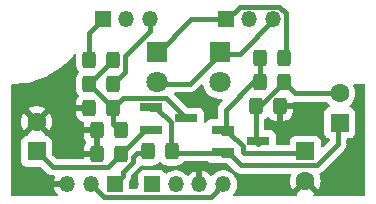
<source format=gbr>
%TF.GenerationSoftware,KiCad,Pcbnew,6.0.0+dfsg1-2*%
%TF.CreationDate,2022-01-11T20:59:37+02:00*%
%TF.ProjectId,aceitera,61636569-7465-4726-912e-6b696361645f,rev?*%
%TF.SameCoordinates,Original*%
%TF.FileFunction,Copper,L1,Top*%
%TF.FilePolarity,Positive*%
%FSLAX46Y46*%
G04 Gerber Fmt 4.6, Leading zero omitted, Abs format (unit mm)*
G04 Created by KiCad (PCBNEW 6.0.0+dfsg1-2) date 2022-01-11 20:59:37*
%MOMM*%
%LPD*%
G01*
G04 APERTURE LIST*
G04 Aperture macros list*
%AMRoundRect*
0 Rectangle with rounded corners*
0 $1 Rounding radius*
0 $2 $3 $4 $5 $6 $7 $8 $9 X,Y pos of 4 corners*
0 Add a 4 corners polygon primitive as box body*
4,1,4,$2,$3,$4,$5,$6,$7,$8,$9,$2,$3,0*
0 Add four circle primitives for the rounded corners*
1,1,$1+$1,$2,$3*
1,1,$1+$1,$4,$5*
1,1,$1+$1,$6,$7*
1,1,$1+$1,$8,$9*
0 Add four rect primitives between the rounded corners*
20,1,$1+$1,$2,$3,$4,$5,0*
20,1,$1+$1,$4,$5,$6,$7,0*
20,1,$1+$1,$6,$7,$8,$9,0*
20,1,$1+$1,$8,$9,$2,$3,0*%
G04 Aperture macros list end*
%TA.AperFunction,ComponentPad*%
%ADD10R,1.350000X1.350000*%
%TD*%
%TA.AperFunction,ComponentPad*%
%ADD11O,1.350000X1.350000*%
%TD*%
%TA.AperFunction,SMDPad,CuDef*%
%ADD12RoundRect,0.250000X0.325000X0.450000X-0.325000X0.450000X-0.325000X-0.450000X0.325000X-0.450000X0*%
%TD*%
%TA.AperFunction,ComponentPad*%
%ADD13R,1.600000X1.600000*%
%TD*%
%TA.AperFunction,ComponentPad*%
%ADD14C,1.600000*%
%TD*%
%TA.AperFunction,SMDPad,CuDef*%
%ADD15R,1.900000X0.800000*%
%TD*%
%TA.AperFunction,SMDPad,CuDef*%
%ADD16RoundRect,0.250000X-0.325000X-0.450000X0.325000X-0.450000X0.325000X0.450000X-0.325000X0.450000X0*%
%TD*%
%TA.AperFunction,ComponentPad*%
%ADD17R,1.800000X1.800000*%
%TD*%
%TA.AperFunction,ComponentPad*%
%ADD18C,1.800000*%
%TD*%
%TA.AperFunction,ViaPad*%
%ADD19C,0.800000*%
%TD*%
%TA.AperFunction,Conductor*%
%ADD20C,0.381000*%
%TD*%
G04 APERTURE END LIST*
D10*
%TO.P,RV1,1,1*%
%TO.N,Net-(C3-Pad2)*%
X110744000Y-90043000D03*
D11*
%TO.P,RV1,2,2*%
%TO.N,OUT*%
X108744000Y-90043000D03*
%TO.P,RV1,3,3*%
%TO.N,GND*%
X106744000Y-90043000D03*
%TD*%
D12*
%TO.P,C5,1*%
%TO.N,Net-(C1-Pad2)*%
X110626000Y-83566000D03*
%TO.P,C5,2*%
%TO.N,GND*%
X108576000Y-83566000D03*
%TD*%
D10*
%TO.P,J1,1,Pin_1*%
%TO.N,IN*%
X113919000Y-90043000D03*
D11*
%TO.P,J1,2,Pin_2*%
%TO.N,+9V*%
X115919000Y-90043000D03*
%TO.P,J1,3,Pin_3*%
%TO.N,GND*%
X117919000Y-90043000D03*
%TO.P,J1,4,Pin_4*%
%TO.N,OUT*%
X119919000Y-90043000D03*
%TD*%
D13*
%TO.P,C4,1*%
%TO.N,Net-(C4-Pad1)*%
X126873000Y-87249000D03*
D14*
%TO.P,C4,2*%
%TO.N,GND*%
X126873000Y-89749000D03*
%TD*%
D15*
%TO.P,Q2,1,D*%
%TO.N,Net-(C2-Pad1)*%
X113816000Y-83505000D03*
%TO.P,Q2,2,S*%
%TO.N,Net-(C6-Pad1)*%
X113816000Y-85405000D03*
%TO.P,Q2,3,G*%
%TO.N,Net-(C1-Pad2)*%
X116816000Y-84455000D03*
%TD*%
D16*
%TO.P,R3,1*%
%TO.N,Net-(C2-Pad2)*%
X122673000Y-83439000D03*
%TO.P,R3,2*%
%TO.N,GND*%
X124723000Y-83439000D03*
%TD*%
D12*
%TO.P,R4,1*%
%TO.N,VCC*%
X125104000Y-79375000D03*
%TO.P,R4,2*%
%TO.N,Net-(C4-Pad1)*%
X123054000Y-79375000D03*
%TD*%
D16*
%TO.P,R2,1*%
%TO.N,Net-(C4-Pad1)*%
X123054000Y-81407000D03*
%TO.P,R2,2*%
%TO.N,Net-(C2-Pad2)*%
X125104000Y-81407000D03*
%TD*%
D13*
%TO.P,C6,1*%
%TO.N,Net-(C6-Pad1)*%
X104140000Y-87249000D03*
D14*
%TO.P,C6,2*%
%TO.N,GND*%
X104140000Y-84749000D03*
%TD*%
D13*
%TO.P,C2,1*%
%TO.N,Net-(C2-Pad1)*%
X129794000Y-84836000D03*
D14*
%TO.P,C2,2*%
%TO.N,Net-(C2-Pad2)*%
X129794000Y-82336000D03*
%TD*%
D12*
%TO.P,R1,1*%
%TO.N,Net-(C1-Pad2)*%
X111261000Y-85471000D03*
%TO.P,R1,2*%
%TO.N,GND*%
X109211000Y-85471000D03*
%TD*%
D15*
%TO.P,Q1,1,D*%
%TO.N,Net-(C4-Pad1)*%
X119912000Y-85410000D03*
%TO.P,Q1,2,S*%
%TO.N,Net-(C2-Pad1)*%
X119912000Y-87310000D03*
%TO.P,Q1,3,G*%
%TO.N,Net-(C2-Pad2)*%
X122912000Y-86360000D03*
%TD*%
D10*
%TO.P,SW2,1,A*%
%TO.N,Net-(C1-Pad1)*%
X109728000Y-76073000D03*
D11*
%TO.P,SW2,2,B*%
%TO.N,IN*%
X111728000Y-76073000D03*
%TO.P,SW2,3,C*%
%TO.N,Net-(C7-Pad1)*%
X113728000Y-76073000D03*
%TD*%
D17*
%TO.P,D2,1,K*%
%TO.N,VCC*%
X114300000Y-78867000D03*
D18*
%TO.P,D2,2,A*%
%TO.N,Net-(D1-Pad1)*%
X114300000Y-81407000D03*
%TD*%
D12*
%TO.P,C7,1*%
%TO.N,Net-(C7-Pad1)*%
X110626000Y-81534000D03*
%TO.P,C7,2*%
%TO.N,Net-(C1-Pad2)*%
X108576000Y-81534000D03*
%TD*%
D16*
%TO.P,C1,1*%
%TO.N,Net-(C1-Pad1)*%
X108576000Y-79502000D03*
%TO.P,C1,2*%
%TO.N,Net-(C1-Pad2)*%
X110626000Y-79502000D03*
%TD*%
D12*
%TO.P,R5,1*%
%TO.N,Net-(C6-Pad1)*%
X111261000Y-87503000D03*
%TO.P,R5,2*%
%TO.N,GND*%
X109211000Y-87503000D03*
%TD*%
D17*
%TO.P,D1,1,K*%
%TO.N,Net-(D1-Pad1)*%
X119634000Y-78867000D03*
D18*
%TO.P,D1,2,A*%
%TO.N,+9V*%
X119634000Y-81407000D03*
%TD*%
D12*
%TO.P,C3,1*%
%TO.N,Net-(C2-Pad1)*%
X115579000Y-87249000D03*
%TO.P,C3,2*%
%TO.N,Net-(C3-Pad2)*%
X113529000Y-87249000D03*
%TD*%
D10*
%TO.P,SW1,1,1*%
%TO.N,VCC*%
X120142000Y-76073000D03*
D11*
%TO.P,SW1,2,2*%
%TO.N,+9V*%
X122142000Y-76073000D03*
%TO.P,SW1,3,3*%
%TO.N,Net-(D1-Pad1)*%
X124142000Y-76073000D03*
%TD*%
D19*
%TO.N,GND*%
X126492000Y-84963000D03*
X112395000Y-90043000D03*
X118999000Y-83820000D03*
X116586000Y-82677000D03*
%TD*%
D20*
%TO.N,Net-(C1-Pad2)*%
X108576000Y-81534000D02*
X108594000Y-81534000D01*
X108594000Y-81534000D02*
X110626000Y-83566000D01*
X108594000Y-81534000D02*
X110626000Y-79502000D01*
X110626000Y-83566000D02*
X110626000Y-84963000D01*
X110617000Y-83557000D02*
X110626000Y-83566000D01*
X110626000Y-84963000D02*
X111261000Y-85598000D01*
X115075499Y-82714499D02*
X116816000Y-84455000D01*
X111477501Y-82714499D02*
X115075499Y-82714499D01*
X110626000Y-83566000D02*
X111477501Y-82714499D01*
%TO.N,Net-(C1-Pad1)*%
X108576000Y-79502000D02*
X108576000Y-77225000D01*
X108576000Y-77225000D02*
X109728000Y-76073000D01*
%TO.N,Net-(C2-Pad2)*%
X129667000Y-82336000D02*
X126033000Y-82336000D01*
X122673000Y-83439000D02*
X123037988Y-83439000D01*
X125069988Y-81407000D02*
X125104000Y-81407000D01*
X123037988Y-83439000D02*
X125069988Y-81407000D01*
X122673000Y-83439000D02*
X122673000Y-86375000D01*
X122673000Y-86375000D02*
X122912000Y-86614000D01*
X126033000Y-82336000D02*
X125104000Y-81407000D01*
%TO.N,Net-(C2-Pad1)*%
X115475499Y-87272499D02*
X115475499Y-84741499D01*
X115579000Y-87376000D02*
X115475499Y-87272499D01*
X122634490Y-88439510D02*
X121459510Y-88439510D01*
X127834754Y-88439510D02*
X129667000Y-86607264D01*
X121459510Y-88439510D02*
X120584000Y-87564000D01*
X120584000Y-87564000D02*
X119912000Y-87564000D01*
X122634490Y-88439510D02*
X127834754Y-88439510D01*
X119724000Y-87376000D02*
X119912000Y-87564000D01*
X119851000Y-87503000D02*
X119912000Y-87564000D01*
X115579000Y-87376000D02*
X119724000Y-87376000D01*
X115475499Y-84741499D02*
X114366000Y-83632000D01*
X114366000Y-83632000D02*
X113816000Y-83632000D01*
X129667000Y-86607264D02*
X129667000Y-84836000D01*
%TO.N,Net-(C3-Pad2)*%
X111422012Y-89027000D02*
X111422012Y-89364988D01*
X112649000Y-87376000D02*
X112268000Y-87757000D01*
X112268000Y-88181012D02*
X111422012Y-89027000D01*
X113529000Y-87376000D02*
X112649000Y-87376000D01*
X111422012Y-89364988D02*
X110744000Y-90043000D01*
X112268000Y-87757000D02*
X112268000Y-88181012D01*
%TO.N,Net-(C4-Pad1)*%
X126717499Y-87404501D02*
X121649599Y-87404501D01*
X120170501Y-83715499D02*
X122479000Y-81407000D01*
X123054000Y-81407000D02*
X123054000Y-79375000D01*
X121649599Y-87404501D02*
X121571499Y-87326401D01*
X126873000Y-87249000D02*
X126717499Y-87404501D01*
X119912000Y-85664000D02*
X120170501Y-85405499D01*
X121571499Y-87326401D02*
X121571499Y-86773499D01*
X120462000Y-85664000D02*
X119912000Y-85664000D01*
X122479000Y-81407000D02*
X123054000Y-81407000D01*
X121571499Y-86773499D02*
X120462000Y-85664000D01*
X120170501Y-85405499D02*
X120170501Y-83715499D01*
%TO.N,Net-(C6-Pad1)*%
X113232000Y-85532000D02*
X113816000Y-85532000D01*
X110170490Y-88593510D02*
X111261000Y-87503000D01*
X104140000Y-87249000D02*
X105484510Y-88593510D01*
X105484510Y-88593510D02*
X110170490Y-88593510D01*
X111261000Y-87503000D02*
X113232000Y-85532000D01*
%TO.N,Net-(C7-Pad1)*%
X110626000Y-81534000D02*
X111591510Y-80568490D01*
X113728000Y-77027594D02*
X113728000Y-76073000D01*
X111591510Y-79164084D02*
X113728000Y-77027594D01*
X111591510Y-80568490D02*
X111591510Y-79164084D01*
%TO.N,Net-(D1-Pad1)*%
X119634000Y-78994000D02*
X120142000Y-78994000D01*
X119634000Y-78994000D02*
X121348000Y-78994000D01*
X114300000Y-81534000D02*
X117094000Y-81534000D01*
X121348000Y-78994000D02*
X124269000Y-76073000D01*
X117094000Y-81534000D02*
X119634000Y-78994000D01*
%TO.N,VCC*%
X125104000Y-79375000D02*
X125207501Y-79271499D01*
X114300000Y-78994000D02*
X117221000Y-76073000D01*
X124653441Y-75007499D02*
X123620501Y-75007499D01*
X117221000Y-76073000D02*
X120269000Y-76073000D01*
X120269000Y-76073000D02*
X121334501Y-75007499D01*
X121334501Y-75007499D02*
X123620501Y-75007499D01*
X125207501Y-75561559D02*
X124653441Y-75007499D01*
X125207501Y-79271499D02*
X125207501Y-75561559D01*
%TO.N,OUT*%
X109809501Y-91108501D02*
X118853499Y-91108501D01*
X108744000Y-90043000D02*
X109809501Y-91108501D01*
X118853499Y-91108501D02*
X119919000Y-90043000D01*
%TD*%
%TA.AperFunction,Conductor*%
%TO.N,GND*%
G36*
X107456698Y-79039451D02*
G01*
X107489945Y-79102183D01*
X107492500Y-79127430D01*
X107492500Y-80002400D01*
X107492837Y-80005646D01*
X107492837Y-80005650D01*
X107494419Y-80020891D01*
X107503474Y-80108166D01*
X107505655Y-80114702D01*
X107505655Y-80114704D01*
X107514761Y-80141998D01*
X107559450Y-80275946D01*
X107652522Y-80426348D01*
X107657704Y-80431521D01*
X107662251Y-80437258D01*
X107660449Y-80438686D01*
X107689191Y-80491226D01*
X107684181Y-80562045D01*
X107660458Y-80599024D01*
X107661404Y-80599771D01*
X107656866Y-80605517D01*
X107651695Y-80610697D01*
X107647855Y-80616927D01*
X107647854Y-80616928D01*
X107595486Y-80701885D01*
X107558885Y-80761262D01*
X107550688Y-80785975D01*
X107508125Y-80914301D01*
X107503203Y-80929139D01*
X107502503Y-80935975D01*
X107502502Y-80935978D01*
X107498091Y-80979031D01*
X107492500Y-81033600D01*
X107492500Y-82034400D01*
X107492837Y-82037646D01*
X107492837Y-82037650D01*
X107500128Y-82107913D01*
X107503474Y-82140166D01*
X107505655Y-82146702D01*
X107505655Y-82146704D01*
X107535922Y-82237423D01*
X107559450Y-82307946D01*
X107652522Y-82458348D01*
X107657704Y-82463521D01*
X107662251Y-82469258D01*
X107660560Y-82470598D01*
X107689543Y-82523569D01*
X107684538Y-82594389D01*
X107660843Y-82631328D01*
X107661799Y-82632083D01*
X107648249Y-82649240D01*
X107563184Y-82787243D01*
X107557037Y-82800424D01*
X107505862Y-82954710D01*
X107502995Y-82968086D01*
X107493328Y-83062438D01*
X107493000Y-83068855D01*
X107493000Y-83293885D01*
X107497475Y-83309124D01*
X107498865Y-83310329D01*
X107506548Y-83312000D01*
X108704000Y-83312000D01*
X108772121Y-83332002D01*
X108818614Y-83385658D01*
X108830000Y-83438000D01*
X108830000Y-83694000D01*
X108809998Y-83762121D01*
X108756342Y-83808614D01*
X108704000Y-83820000D01*
X107511116Y-83820000D01*
X107495877Y-83824475D01*
X107494672Y-83825865D01*
X107493001Y-83833548D01*
X107493001Y-84063095D01*
X107493338Y-84069614D01*
X107503257Y-84165206D01*
X107506149Y-84178600D01*
X107557588Y-84332784D01*
X107563761Y-84345962D01*
X107649063Y-84483807D01*
X107658099Y-84495208D01*
X107772829Y-84609739D01*
X107784240Y-84618751D01*
X107922243Y-84703816D01*
X107935424Y-84709963D01*
X108051518Y-84748470D01*
X108109877Y-84788901D01*
X108137114Y-84854465D01*
X108137194Y-84880906D01*
X108128328Y-84967440D01*
X108128000Y-84973854D01*
X108128000Y-85198885D01*
X108132475Y-85214124D01*
X108133865Y-85215329D01*
X108141548Y-85217000D01*
X109339000Y-85217000D01*
X109407121Y-85237002D01*
X109453614Y-85290658D01*
X109465000Y-85343000D01*
X109465000Y-87631000D01*
X109444998Y-87699121D01*
X109391342Y-87745614D01*
X109339000Y-87757000D01*
X108146116Y-87757000D01*
X108130877Y-87761475D01*
X108129672Y-87762865D01*
X108125122Y-87783783D01*
X108123613Y-87783455D01*
X108107999Y-87836631D01*
X108054343Y-87883124D01*
X108002001Y-87894510D01*
X105826236Y-87894510D01*
X105758115Y-87874508D01*
X105737141Y-87857605D01*
X105485405Y-87605869D01*
X105451379Y-87543557D01*
X105448500Y-87516774D01*
X105448500Y-87230885D01*
X108128000Y-87230885D01*
X108132475Y-87246124D01*
X108133865Y-87247329D01*
X108141548Y-87249000D01*
X108938885Y-87249000D01*
X108954124Y-87244525D01*
X108955329Y-87243135D01*
X108957000Y-87235452D01*
X108957000Y-85743115D01*
X108952525Y-85727876D01*
X108951135Y-85726671D01*
X108943452Y-85725000D01*
X108146116Y-85725000D01*
X108130877Y-85729475D01*
X108129672Y-85730865D01*
X108128001Y-85738548D01*
X108128001Y-85968095D01*
X108128338Y-85974614D01*
X108138257Y-86070206D01*
X108141149Y-86083600D01*
X108192588Y-86237784D01*
X108198761Y-86250962D01*
X108284063Y-86388807D01*
X108297646Y-86405945D01*
X108295942Y-86407296D01*
X108324896Y-86460214D01*
X108319893Y-86531034D01*
X108295926Y-86568394D01*
X108296799Y-86569083D01*
X108283249Y-86586240D01*
X108198184Y-86724243D01*
X108192037Y-86737424D01*
X108140862Y-86891710D01*
X108137995Y-86905086D01*
X108128328Y-86999438D01*
X108128000Y-87005854D01*
X108128000Y-87230885D01*
X105448500Y-87230885D01*
X105448500Y-86400866D01*
X105441745Y-86338684D01*
X105390615Y-86202295D01*
X105303261Y-86085739D01*
X105186705Y-85998385D01*
X105050316Y-85947255D01*
X105006748Y-85942522D01*
X104991514Y-85940867D01*
X104991511Y-85940867D01*
X104988134Y-85940500D01*
X104984815Y-85940500D01*
X104917890Y-85916847D01*
X104882196Y-85870844D01*
X104880266Y-85871859D01*
X104874558Y-85861000D01*
X104874368Y-85860755D01*
X104874347Y-85860597D01*
X104854356Y-85822566D01*
X104152812Y-85121022D01*
X104138868Y-85113408D01*
X104137035Y-85113539D01*
X104130420Y-85117790D01*
X103424923Y-85823287D01*
X103402129Y-85865029D01*
X103399953Y-85875029D01*
X103349747Y-85925227D01*
X103296186Y-85940451D01*
X103295281Y-85940500D01*
X103291866Y-85940500D01*
X103288470Y-85940869D01*
X103288468Y-85940869D01*
X103276121Y-85942210D01*
X103229684Y-85947255D01*
X103093295Y-85998385D01*
X102976739Y-86085739D01*
X102889385Y-86202295D01*
X102838255Y-86338684D01*
X102831500Y-86400866D01*
X102831500Y-88097134D01*
X102838255Y-88159316D01*
X102889385Y-88295705D01*
X102976739Y-88412261D01*
X103093295Y-88499615D01*
X103229684Y-88550745D01*
X103291866Y-88557500D01*
X104407775Y-88557500D01*
X104475896Y-88577502D01*
X104496870Y-88594405D01*
X104970010Y-89067545D01*
X104975856Y-89073801D01*
X105013352Y-89116784D01*
X105050198Y-89142680D01*
X105064899Y-89153012D01*
X105070194Y-89156945D01*
X105119749Y-89195801D01*
X105126673Y-89198927D01*
X105129722Y-89200774D01*
X105142388Y-89207999D01*
X105145553Y-89209696D01*
X105151771Y-89214066D01*
X105210506Y-89236966D01*
X105216519Y-89239493D01*
X105273945Y-89265422D01*
X105281413Y-89266806D01*
X105284821Y-89267874D01*
X105298868Y-89271876D01*
X105302323Y-89272763D01*
X105309399Y-89275522D01*
X105371863Y-89283745D01*
X105378355Y-89284773D01*
X105440297Y-89296254D01*
X105447877Y-89295817D01*
X105447878Y-89295817D01*
X105501604Y-89292719D01*
X105508857Y-89292510D01*
X105593349Y-89292510D01*
X105661470Y-89312512D01*
X105707963Y-89366168D01*
X105718067Y-89436442D01*
X105704857Y-89477178D01*
X105649058Y-89583233D01*
X105644655Y-89593863D01*
X105589436Y-89771700D01*
X105589218Y-89785799D01*
X105595950Y-89789000D01*
X106872000Y-89789000D01*
X106940121Y-89809002D01*
X106986614Y-89862658D01*
X106998000Y-89915000D01*
X106998000Y-90171000D01*
X106977998Y-90239121D01*
X106924342Y-90285614D01*
X106872000Y-90297000D01*
X105605981Y-90297000D01*
X105592450Y-90300973D01*
X105591158Y-90309962D01*
X105622656Y-90433985D01*
X105626497Y-90444832D01*
X105712685Y-90631789D01*
X105718436Y-90641750D01*
X105837254Y-90809873D01*
X105844720Y-90818615D01*
X105869491Y-90842746D01*
X105904328Y-90904607D01*
X105900191Y-90975483D01*
X105858392Y-91032871D01*
X105792202Y-91058551D01*
X105781569Y-91059000D01*
X102107000Y-91059000D01*
X102038879Y-91038998D01*
X101992386Y-90985342D01*
X101981000Y-90933000D01*
X101981000Y-84754475D01*
X102827483Y-84754475D01*
X102846472Y-84971519D01*
X102848375Y-84982312D01*
X102904764Y-85192761D01*
X102908510Y-85203053D01*
X103000586Y-85400511D01*
X103006069Y-85410006D01*
X103042509Y-85462048D01*
X103052988Y-85470424D01*
X103066434Y-85463356D01*
X103767978Y-84761812D01*
X103774356Y-84750132D01*
X104504408Y-84750132D01*
X104504539Y-84751965D01*
X104508790Y-84758580D01*
X105214287Y-85464077D01*
X105226062Y-85470507D01*
X105238077Y-85461211D01*
X105273931Y-85410006D01*
X105279414Y-85400511D01*
X105371490Y-85203053D01*
X105375236Y-85192761D01*
X105431625Y-84982312D01*
X105433528Y-84971519D01*
X105452517Y-84754475D01*
X105452517Y-84743525D01*
X105433528Y-84526481D01*
X105431625Y-84515688D01*
X105375236Y-84305239D01*
X105371490Y-84294947D01*
X105279414Y-84097489D01*
X105273931Y-84087994D01*
X105237491Y-84035952D01*
X105227012Y-84027576D01*
X105213566Y-84034644D01*
X104512022Y-84736188D01*
X104504408Y-84750132D01*
X103774356Y-84750132D01*
X103775592Y-84747868D01*
X103775461Y-84746035D01*
X103771210Y-84739420D01*
X103065713Y-84033923D01*
X103053938Y-84027493D01*
X103041923Y-84036789D01*
X103006069Y-84087994D01*
X103000586Y-84097489D01*
X102908510Y-84294947D01*
X102904764Y-84305239D01*
X102848375Y-84515688D01*
X102846472Y-84526481D01*
X102827483Y-84743525D01*
X102827483Y-84754475D01*
X101981000Y-84754475D01*
X101981000Y-83661988D01*
X103418576Y-83661988D01*
X103425644Y-83675434D01*
X104127188Y-84376978D01*
X104141132Y-84384592D01*
X104142965Y-84384461D01*
X104149580Y-84380210D01*
X104855077Y-83674713D01*
X104861507Y-83662938D01*
X104852211Y-83650923D01*
X104801006Y-83615069D01*
X104791511Y-83609586D01*
X104594053Y-83517510D01*
X104583761Y-83513764D01*
X104373312Y-83457375D01*
X104362519Y-83455472D01*
X104145475Y-83436483D01*
X104134525Y-83436483D01*
X103917481Y-83455472D01*
X103906688Y-83457375D01*
X103696239Y-83513764D01*
X103685947Y-83517510D01*
X103488489Y-83609586D01*
X103478994Y-83615069D01*
X103426952Y-83651509D01*
X103418576Y-83661988D01*
X101981000Y-83661988D01*
X101981000Y-81687240D01*
X102001002Y-81619119D01*
X102054658Y-81572626D01*
X102104693Y-81561261D01*
X102412198Y-81555629D01*
X102422300Y-81555444D01*
X102919254Y-81509044D01*
X103411352Y-81425644D01*
X103895844Y-81305709D01*
X103898081Y-81304974D01*
X104367790Y-81150643D01*
X104367797Y-81150640D01*
X104370020Y-81149910D01*
X104831230Y-80959118D01*
X104903631Y-80922611D01*
X105274802Y-80735456D01*
X105274815Y-80735449D01*
X105276895Y-80734400D01*
X105704525Y-80477011D01*
X106111729Y-80188391D01*
X106121108Y-80180629D01*
X106494406Y-79871663D01*
X106494411Y-79871658D01*
X106496230Y-79870153D01*
X106671266Y-79701722D01*
X106854188Y-79525703D01*
X106854198Y-79525692D01*
X106855878Y-79524076D01*
X107188664Y-79152095D01*
X107191941Y-79147830D01*
X107266580Y-79050670D01*
X107323942Y-79008835D01*
X107394815Y-79004653D01*
X107456698Y-79039451D01*
G37*
%TD.AperFunction*%
%TA.AperFunction,Conductor*%
G36*
X131306550Y-81552086D02*
G01*
X131514257Y-81568949D01*
X131827619Y-81570478D01*
X131895637Y-81590812D01*
X131941868Y-81644694D01*
X131953000Y-81696476D01*
X131953000Y-90933000D01*
X131932998Y-91001121D01*
X131879342Y-91047614D01*
X131827000Y-91059000D01*
X127678205Y-91059000D01*
X127610084Y-91038998D01*
X127563591Y-90985342D01*
X127553487Y-90915068D01*
X127579783Y-90854330D01*
X127594424Y-90836013D01*
X127587356Y-90822566D01*
X126885812Y-90121022D01*
X126871868Y-90113408D01*
X126870035Y-90113539D01*
X126863420Y-90117790D01*
X126157923Y-90823287D01*
X126151493Y-90835062D01*
X126167614Y-90855900D01*
X126193478Y-90922018D01*
X126179489Y-90991623D01*
X126130089Y-91042616D01*
X126067957Y-91059000D01*
X120882115Y-91059000D01*
X120813994Y-91038998D01*
X120767501Y-90985342D01*
X120757397Y-90915068D01*
X120785241Y-90852431D01*
X120894834Y-90720659D01*
X120898532Y-90716213D01*
X121004813Y-90526435D01*
X121006669Y-90520968D01*
X121006671Y-90520963D01*
X121072874Y-90325935D01*
X121072875Y-90325930D01*
X121074730Y-90320466D01*
X121105941Y-90105205D01*
X121107570Y-90043000D01*
X121087667Y-89826400D01*
X121076217Y-89785799D01*
X121033961Y-89635972D01*
X121028626Y-89617055D01*
X120932423Y-89421974D01*
X120854525Y-89317655D01*
X120805733Y-89252315D01*
X120805732Y-89252314D01*
X120802280Y-89247691D01*
X120798044Y-89243775D01*
X120646796Y-89103963D01*
X120646793Y-89103961D01*
X120642556Y-89100044D01*
X120458599Y-88983976D01*
X120256572Y-88903376D01*
X120043239Y-88860941D01*
X120037464Y-88860865D01*
X120037460Y-88860865D01*
X119928419Y-88859438D01*
X119825746Y-88858094D01*
X119820049Y-88859073D01*
X119820048Y-88859073D01*
X119617065Y-88893952D01*
X119617062Y-88893953D01*
X119611375Y-88894930D01*
X119407307Y-88970214D01*
X119286979Y-89041802D01*
X119266460Y-89054010D01*
X119220376Y-89081427D01*
X119056842Y-89224842D01*
X119053270Y-89229373D01*
X119018688Y-89273240D01*
X118960807Y-89314353D01*
X118889887Y-89317647D01*
X118828444Y-89282075D01*
X118818780Y-89270622D01*
X118805364Y-89252655D01*
X118797671Y-89244111D01*
X118646490Y-89104361D01*
X118637365Y-89097360D01*
X118463255Y-88987505D01*
X118453008Y-88982284D01*
X118261793Y-88905997D01*
X118250767Y-88902730D01*
X118190770Y-88890797D01*
X118177894Y-88891949D01*
X118173000Y-88907102D01*
X118173000Y-90171000D01*
X118152998Y-90239121D01*
X118099342Y-90285614D01*
X118047000Y-90297000D01*
X117791000Y-90297000D01*
X117722879Y-90276998D01*
X117676386Y-90223342D01*
X117665000Y-90171000D01*
X117665000Y-88904337D01*
X117661194Y-88891375D01*
X117646278Y-88889439D01*
X117617202Y-88894435D01*
X117606082Y-88897415D01*
X117412940Y-88968669D01*
X117402562Y-88973619D01*
X117225639Y-89078877D01*
X117216327Y-89085643D01*
X117061547Y-89221381D01*
X117053629Y-89229725D01*
X117019317Y-89273249D01*
X116961436Y-89314361D01*
X116890516Y-89317655D01*
X116829073Y-89282083D01*
X116819410Y-89270631D01*
X116805733Y-89252315D01*
X116805732Y-89252314D01*
X116802280Y-89247691D01*
X116798044Y-89243775D01*
X116646796Y-89103963D01*
X116646793Y-89103961D01*
X116642556Y-89100044D01*
X116458599Y-88983976D01*
X116256572Y-88903376D01*
X116043239Y-88860941D01*
X116037464Y-88860865D01*
X116037460Y-88860865D01*
X115928419Y-88859438D01*
X115825746Y-88858094D01*
X115820049Y-88859073D01*
X115820048Y-88859073D01*
X115617065Y-88893952D01*
X115617062Y-88893953D01*
X115611375Y-88894930D01*
X115407307Y-88970214D01*
X115286979Y-89041802D01*
X115266460Y-89054010D01*
X115220376Y-89081427D01*
X115216032Y-89085237D01*
X115198592Y-89100531D01*
X115134188Y-89130408D01*
X115063855Y-89120722D01*
X115014689Y-89081365D01*
X115009027Y-89073810D01*
X114957261Y-89004739D01*
X114840705Y-88917385D01*
X114704316Y-88866255D01*
X114642134Y-88859500D01*
X113195866Y-88859500D01*
X113133684Y-88866255D01*
X112997295Y-88917385D01*
X112880739Y-89004739D01*
X112793385Y-89121295D01*
X112742255Y-89257684D01*
X112735500Y-89319866D01*
X112735500Y-90283501D01*
X112715498Y-90351622D01*
X112661842Y-90398115D01*
X112609500Y-90409501D01*
X112053500Y-90409501D01*
X111985379Y-90389499D01*
X111938886Y-90335843D01*
X111927500Y-90283501D01*
X111927500Y-89901301D01*
X111950412Y-89828852D01*
X111981510Y-89784605D01*
X111985435Y-89779320D01*
X112019619Y-89735723D01*
X112024304Y-89729748D01*
X112027428Y-89722830D01*
X112029257Y-89719809D01*
X112036512Y-89707090D01*
X112038200Y-89703942D01*
X112042568Y-89697727D01*
X112065450Y-89639038D01*
X112067990Y-89632993D01*
X112093925Y-89575553D01*
X112095310Y-89568080D01*
X112096381Y-89564662D01*
X112100366Y-89550673D01*
X112101263Y-89547181D01*
X112104024Y-89540099D01*
X112112245Y-89477658D01*
X112113277Y-89471145D01*
X112123373Y-89416670D01*
X112123373Y-89416668D01*
X112124757Y-89409201D01*
X112122753Y-89374447D01*
X112138800Y-89305288D01*
X112159449Y-89278098D01*
X112434182Y-89003366D01*
X112742053Y-88695495D01*
X112748319Y-88689642D01*
X112785547Y-88657166D01*
X112791274Y-88652170D01*
X112827498Y-88600629D01*
X112831423Y-88595344D01*
X112865607Y-88551747D01*
X112870292Y-88545772D01*
X112873416Y-88538854D01*
X112875245Y-88535833D01*
X112882508Y-88523099D01*
X112884188Y-88519965D01*
X112888556Y-88513751D01*
X112891314Y-88506678D01*
X112892311Y-88504818D01*
X112942130Y-88454236D01*
X113011387Y-88438617D01*
X113035847Y-88443372D01*
X113035886Y-88443190D01*
X113042612Y-88444632D01*
X113049139Y-88446797D01*
X113055975Y-88447497D01*
X113055978Y-88447498D01*
X113099031Y-88451909D01*
X113153600Y-88457500D01*
X113904400Y-88457500D01*
X113907646Y-88457163D01*
X113907650Y-88457163D01*
X114003308Y-88447238D01*
X114003312Y-88447237D01*
X114010166Y-88446526D01*
X114016702Y-88444345D01*
X114016704Y-88444345D01*
X114148806Y-88400272D01*
X114177946Y-88390550D01*
X114328348Y-88297478D01*
X114453305Y-88172303D01*
X114455906Y-88168084D01*
X114513030Y-88127583D01*
X114583953Y-88124351D01*
X114645365Y-88159976D01*
X114651922Y-88167530D01*
X114655522Y-88173348D01*
X114780697Y-88298305D01*
X114786927Y-88302145D01*
X114786928Y-88302146D01*
X114924090Y-88386694D01*
X114931262Y-88391115D01*
X114995016Y-88412261D01*
X115092611Y-88444632D01*
X115092613Y-88444632D01*
X115099139Y-88446797D01*
X115105975Y-88447497D01*
X115105978Y-88447498D01*
X115149031Y-88451909D01*
X115203600Y-88457500D01*
X115954400Y-88457500D01*
X115957646Y-88457163D01*
X115957650Y-88457163D01*
X116053308Y-88447238D01*
X116053312Y-88447237D01*
X116060166Y-88446526D01*
X116066702Y-88444345D01*
X116066704Y-88444345D01*
X116198806Y-88400272D01*
X116227946Y-88390550D01*
X116378348Y-88297478D01*
X116503305Y-88172303D01*
X116510904Y-88159976D01*
X116526372Y-88134883D01*
X116579145Y-88087390D01*
X116633631Y-88075000D01*
X118559084Y-88075000D01*
X118627205Y-88095002D01*
X118634644Y-88100171D01*
X118715295Y-88160615D01*
X118851684Y-88211745D01*
X118913866Y-88218500D01*
X119635743Y-88218500D01*
X119687591Y-88229662D01*
X119701435Y-88235913D01*
X119708909Y-88237298D01*
X119712326Y-88238369D01*
X119726315Y-88242354D01*
X119729807Y-88243251D01*
X119736889Y-88246012D01*
X119744422Y-88247004D01*
X119744423Y-88247004D01*
X119799330Y-88254233D01*
X119805843Y-88255265D01*
X119860318Y-88265361D01*
X119860320Y-88265361D01*
X119867787Y-88266745D01*
X119875367Y-88266308D01*
X119875368Y-88266308D01*
X119929112Y-88263209D01*
X119936365Y-88263000D01*
X120242275Y-88263000D01*
X120310396Y-88283002D01*
X120331370Y-88299905D01*
X120945013Y-88913548D01*
X120950866Y-88919813D01*
X120988352Y-88962784D01*
X121016098Y-88982284D01*
X121039888Y-88999004D01*
X121045184Y-89002937D01*
X121088773Y-89037116D01*
X121088776Y-89037118D01*
X121094750Y-89041802D01*
X121101674Y-89044928D01*
X121104709Y-89046766D01*
X121117408Y-89054010D01*
X121120556Y-89055698D01*
X121126771Y-89060066D01*
X121185460Y-89082948D01*
X121191505Y-89085488D01*
X121248945Y-89111423D01*
X121256418Y-89112808D01*
X121259836Y-89113879D01*
X121273825Y-89117864D01*
X121277317Y-89118761D01*
X121284399Y-89121522D01*
X121291932Y-89122514D01*
X121291933Y-89122514D01*
X121346840Y-89129743D01*
X121353353Y-89130775D01*
X121407828Y-89140871D01*
X121407830Y-89140871D01*
X121415297Y-89142255D01*
X121422877Y-89141818D01*
X121422878Y-89141818D01*
X121476622Y-89138719D01*
X121483875Y-89138510D01*
X125518502Y-89138510D01*
X125586623Y-89158512D01*
X125633116Y-89212168D01*
X125643220Y-89282442D01*
X125638853Y-89299839D01*
X125639187Y-89299929D01*
X125581375Y-89515688D01*
X125579472Y-89526481D01*
X125560483Y-89743525D01*
X125560483Y-89754475D01*
X125579472Y-89971519D01*
X125581375Y-89982312D01*
X125637764Y-90192761D01*
X125641510Y-90203053D01*
X125733586Y-90400511D01*
X125739069Y-90410006D01*
X125775509Y-90462048D01*
X125785988Y-90470424D01*
X125799434Y-90463356D01*
X126783905Y-89478885D01*
X126846217Y-89444859D01*
X126917032Y-89449924D01*
X126962095Y-89478885D01*
X127947287Y-90464077D01*
X127959062Y-90470507D01*
X127971077Y-90461211D01*
X128006931Y-90410006D01*
X128012414Y-90400511D01*
X128104490Y-90203053D01*
X128108236Y-90192761D01*
X128164625Y-89982312D01*
X128166528Y-89971519D01*
X128185517Y-89754475D01*
X128185517Y-89743525D01*
X128166528Y-89526481D01*
X128164625Y-89515688D01*
X128108236Y-89305239D01*
X128104488Y-89294942D01*
X128078605Y-89239435D01*
X128067944Y-89169244D01*
X128096924Y-89104431D01*
X128148257Y-89068322D01*
X128160976Y-89063516D01*
X128167232Y-89059217D01*
X128170372Y-89057575D01*
X128183126Y-89050477D01*
X128186232Y-89048640D01*
X128193187Y-89045587D01*
X128199214Y-89040962D01*
X128199218Y-89040960D01*
X128243156Y-89007245D01*
X128248474Y-89003381D01*
X128300406Y-88967689D01*
X128341273Y-88921821D01*
X128346253Y-88916546D01*
X130141038Y-87121761D01*
X130147304Y-87115907D01*
X130184549Y-87083416D01*
X130190274Y-87078422D01*
X130226494Y-87026886D01*
X130230427Y-87021590D01*
X130264606Y-86978001D01*
X130264608Y-86977998D01*
X130269292Y-86972024D01*
X130272418Y-86965100D01*
X130274256Y-86962065D01*
X130281500Y-86949366D01*
X130283188Y-86946218D01*
X130287556Y-86940003D01*
X130310438Y-86881314D01*
X130312978Y-86875269D01*
X130338913Y-86817829D01*
X130340298Y-86810356D01*
X130341369Y-86806938D01*
X130345354Y-86792949D01*
X130346251Y-86789457D01*
X130349012Y-86782375D01*
X130355873Y-86730262D01*
X130357233Y-86719934D01*
X130358265Y-86713421D01*
X130368361Y-86658946D01*
X130368361Y-86658944D01*
X130369745Y-86651477D01*
X130368395Y-86628054D01*
X130366209Y-86590152D01*
X130366000Y-86582899D01*
X130366000Y-86270500D01*
X130386002Y-86202379D01*
X130439658Y-86155886D01*
X130492000Y-86144500D01*
X130642134Y-86144500D01*
X130704316Y-86137745D01*
X130840705Y-86086615D01*
X130957261Y-85999261D01*
X131044615Y-85882705D01*
X131095745Y-85746316D01*
X131102500Y-85684134D01*
X131102500Y-83987866D01*
X131095745Y-83925684D01*
X131044615Y-83789295D01*
X130957261Y-83672739D01*
X130840705Y-83585385D01*
X130704316Y-83534255D01*
X130705046Y-83532309D01*
X130652795Y-83502455D01*
X130619979Y-83439497D01*
X130626409Y-83368793D01*
X130654498Y-83326000D01*
X130800198Y-83180300D01*
X130806394Y-83171452D01*
X130903706Y-83032475D01*
X130931523Y-82992749D01*
X130933846Y-82987767D01*
X130933849Y-82987762D01*
X131025961Y-82790225D01*
X131025961Y-82790224D01*
X131028284Y-82785243D01*
X131034415Y-82762364D01*
X131086119Y-82569402D01*
X131086119Y-82569400D01*
X131087543Y-82564087D01*
X131107498Y-82336000D01*
X131087543Y-82107913D01*
X131066970Y-82031134D01*
X131029707Y-81892067D01*
X131029706Y-81892065D01*
X131028284Y-81886757D01*
X130946704Y-81711806D01*
X130936043Y-81641616D01*
X130965023Y-81576804D01*
X131024443Y-81537947D01*
X131071095Y-81532971D01*
X131306550Y-81552086D01*
G37*
%TD.AperFunction*%
%TA.AperFunction,Conductor*%
G36*
X125981317Y-83037360D02*
G01*
X125981320Y-83037360D01*
X125988786Y-83038744D01*
X125996366Y-83038307D01*
X125996367Y-83038307D01*
X126050094Y-83035209D01*
X126057347Y-83035000D01*
X128620470Y-83035000D01*
X128688591Y-83055002D01*
X128723683Y-83088729D01*
X128784643Y-83175789D01*
X128787802Y-83180300D01*
X128933502Y-83326000D01*
X128967528Y-83388312D01*
X128962463Y-83459127D01*
X128919916Y-83515963D01*
X128883263Y-83533132D01*
X128883684Y-83534255D01*
X128747295Y-83585385D01*
X128630739Y-83672739D01*
X128543385Y-83789295D01*
X128492255Y-83925684D01*
X128485500Y-83987866D01*
X128485500Y-85684134D01*
X128492255Y-85746316D01*
X128543385Y-85882705D01*
X128630739Y-85999261D01*
X128747295Y-86086615D01*
X128755703Y-86089767D01*
X128883684Y-86137745D01*
X128882705Y-86140356D01*
X128932781Y-86168955D01*
X128965610Y-86231905D01*
X128968000Y-86256332D01*
X128968000Y-86265537D01*
X128947998Y-86333658D01*
X128931096Y-86354632D01*
X128580228Y-86705501D01*
X128396596Y-86889133D01*
X128334283Y-86923158D01*
X128263468Y-86918094D01*
X128206632Y-86875547D01*
X128181821Y-86809027D01*
X128181500Y-86800038D01*
X128181500Y-86400866D01*
X128174745Y-86338684D01*
X128123615Y-86202295D01*
X128036261Y-86085739D01*
X127919705Y-85998385D01*
X127783316Y-85947255D01*
X127721134Y-85940500D01*
X126024866Y-85940500D01*
X125962684Y-85947255D01*
X125826295Y-85998385D01*
X125709739Y-86085739D01*
X125622385Y-86202295D01*
X125571255Y-86338684D01*
X125564500Y-86400866D01*
X125564500Y-86579501D01*
X125544498Y-86647622D01*
X125490842Y-86694115D01*
X125438500Y-86705501D01*
X124496500Y-86705501D01*
X124428379Y-86685499D01*
X124381886Y-86631843D01*
X124370500Y-86579501D01*
X124370500Y-85911866D01*
X124363745Y-85849684D01*
X124312615Y-85713295D01*
X124225261Y-85596739D01*
X124108705Y-85509385D01*
X123972316Y-85458255D01*
X123910134Y-85451500D01*
X123498000Y-85451500D01*
X123429879Y-85431498D01*
X123383386Y-85377842D01*
X123372000Y-85325500D01*
X123372000Y-84619779D01*
X123392002Y-84551658D01*
X123431696Y-84512636D01*
X123466119Y-84491334D01*
X123466127Y-84491328D01*
X123472348Y-84487478D01*
X123597305Y-84362303D01*
X123600102Y-84357765D01*
X123657353Y-84317176D01*
X123728276Y-84313946D01*
X123789687Y-84349572D01*
X123797062Y-84358068D01*
X123805098Y-84368207D01*
X123919829Y-84482739D01*
X123931240Y-84491751D01*
X124069243Y-84576816D01*
X124082424Y-84582963D01*
X124236710Y-84634138D01*
X124250086Y-84637005D01*
X124344438Y-84646672D01*
X124350854Y-84647000D01*
X124450885Y-84647000D01*
X124466124Y-84642525D01*
X124467329Y-84641135D01*
X124469000Y-84633452D01*
X124469000Y-84628884D01*
X124977000Y-84628884D01*
X124981475Y-84644123D01*
X124982865Y-84645328D01*
X124990548Y-84646999D01*
X125095095Y-84646999D01*
X125101614Y-84646662D01*
X125197206Y-84636743D01*
X125210600Y-84633851D01*
X125364784Y-84582412D01*
X125377962Y-84576239D01*
X125515807Y-84490937D01*
X125527208Y-84481901D01*
X125641739Y-84367171D01*
X125650751Y-84355760D01*
X125735816Y-84217757D01*
X125741963Y-84204576D01*
X125793138Y-84050290D01*
X125796005Y-84036914D01*
X125805672Y-83942562D01*
X125806000Y-83936146D01*
X125806000Y-83711115D01*
X125801525Y-83695876D01*
X125800135Y-83694671D01*
X125792452Y-83693000D01*
X124995115Y-83693000D01*
X124979876Y-83697475D01*
X124978671Y-83698865D01*
X124977000Y-83706548D01*
X124977000Y-84628884D01*
X124469000Y-84628884D01*
X124469000Y-83311000D01*
X124489002Y-83242879D01*
X124542658Y-83196386D01*
X124595000Y-83185000D01*
X125787884Y-83185000D01*
X125803123Y-83180525D01*
X125804328Y-83179135D01*
X125805999Y-83171452D01*
X125805999Y-83156365D01*
X125826001Y-83088244D01*
X125879657Y-83041751D01*
X125954960Y-83032475D01*
X125981317Y-83037360D01*
G37*
%TD.AperFunction*%
%TA.AperFunction,Conductor*%
G36*
X118165072Y-81555629D02*
G01*
X118221908Y-81598176D01*
X118243957Y-81645983D01*
X118285346Y-81829642D01*
X118287288Y-81834424D01*
X118287289Y-81834428D01*
X118369809Y-82037650D01*
X118372484Y-82044237D01*
X118493501Y-82241719D01*
X118645147Y-82416784D01*
X118823349Y-82564730D01*
X119023322Y-82681584D01*
X119239694Y-82764209D01*
X119244760Y-82765240D01*
X119244761Y-82765240D01*
X119297846Y-82776040D01*
X119466656Y-82810385D01*
X119597324Y-82815176D01*
X119692949Y-82818683D01*
X119692953Y-82818683D01*
X119698113Y-82818872D01*
X119768421Y-82809865D01*
X119838530Y-82821049D01*
X119891464Y-82868362D01*
X119910416Y-82936783D01*
X119889368Y-83004587D01*
X119873526Y-83023939D01*
X119696463Y-83201002D01*
X119690198Y-83206855D01*
X119647227Y-83244341D01*
X119642860Y-83250555D01*
X119611007Y-83295877D01*
X119607074Y-83301173D01*
X119572895Y-83344762D01*
X119572893Y-83344765D01*
X119568209Y-83350739D01*
X119565083Y-83357663D01*
X119563245Y-83360698D01*
X119556001Y-83373397D01*
X119554313Y-83376545D01*
X119549945Y-83382760D01*
X119527825Y-83439497D01*
X119527068Y-83441438D01*
X119524523Y-83447494D01*
X119498588Y-83504934D01*
X119497203Y-83512407D01*
X119496132Y-83515825D01*
X119492147Y-83529814D01*
X119491250Y-83533306D01*
X119488489Y-83540388D01*
X119487497Y-83547921D01*
X119487497Y-83547922D01*
X119480268Y-83602829D01*
X119479236Y-83609342D01*
X119478175Y-83615069D01*
X119467756Y-83671286D01*
X119468193Y-83678866D01*
X119468193Y-83678867D01*
X119471292Y-83732611D01*
X119471501Y-83739864D01*
X119471501Y-84375500D01*
X119451499Y-84443621D01*
X119397843Y-84490114D01*
X119345501Y-84501500D01*
X118913866Y-84501500D01*
X118851684Y-84508255D01*
X118715295Y-84559385D01*
X118598739Y-84646739D01*
X118593358Y-84653919D01*
X118516771Y-84756109D01*
X118511385Y-84763295D01*
X118509617Y-84768012D01*
X118460762Y-84816758D01*
X118391371Y-84831772D01*
X118324879Y-84806887D01*
X118282395Y-84750004D01*
X118274500Y-84706103D01*
X118274500Y-84006866D01*
X118267745Y-83944684D01*
X118216615Y-83808295D01*
X118129261Y-83691739D01*
X118012705Y-83604385D01*
X117876316Y-83553255D01*
X117814134Y-83546500D01*
X116948225Y-83546500D01*
X116880104Y-83526498D01*
X116859130Y-83509595D01*
X115797630Y-82448095D01*
X115763604Y-82385783D01*
X115768669Y-82314968D01*
X115811216Y-82258132D01*
X115877736Y-82233321D01*
X115886725Y-82233000D01*
X117065401Y-82233000D01*
X117073971Y-82233292D01*
X117123277Y-82236654D01*
X117123281Y-82236654D01*
X117130852Y-82237170D01*
X117138328Y-82235865D01*
X117138332Y-82235865D01*
X117192924Y-82226337D01*
X117199449Y-82225374D01*
X117254418Y-82218722D01*
X117254420Y-82218721D01*
X117261960Y-82217809D01*
X117269062Y-82215125D01*
X117272500Y-82214281D01*
X117286623Y-82210417D01*
X117290034Y-82209387D01*
X117297517Y-82208081D01*
X117355197Y-82182761D01*
X117361304Y-82180270D01*
X117413117Y-82160691D01*
X117413118Y-82160690D01*
X117420222Y-82158006D01*
X117426477Y-82153707D01*
X117429618Y-82152065D01*
X117442372Y-82144967D01*
X117445478Y-82143130D01*
X117452433Y-82140077D01*
X117458460Y-82135452D01*
X117458464Y-82135450D01*
X117502402Y-82101735D01*
X117507720Y-82097871D01*
X117559652Y-82062179D01*
X117600519Y-82016311D01*
X117605499Y-82011036D01*
X118031945Y-81584590D01*
X118094257Y-81550564D01*
X118165072Y-81555629D01*
G37*
%TD.AperFunction*%
%TD*%
M02*

</source>
